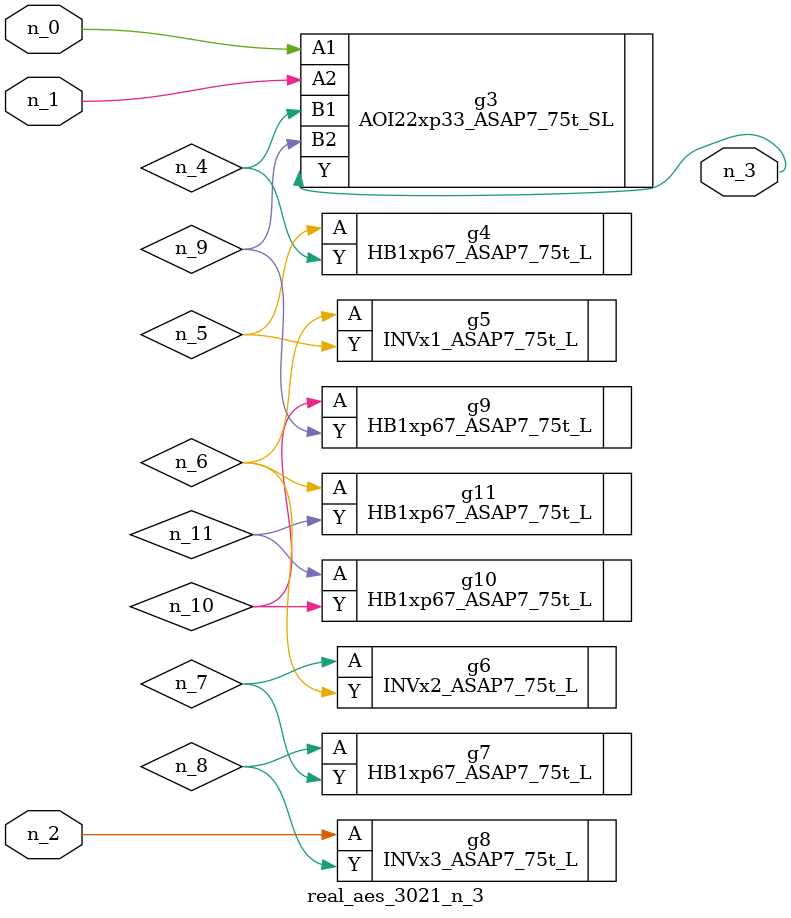
<source format=v>
module real_aes_3021_n_3 (n_0, n_2, n_1, n_3);
input n_0;
input n_2;
input n_1;
output n_3;
wire n_4;
wire n_5;
wire n_7;
wire n_9;
wire n_6;
wire n_8;
wire n_10;
wire n_11;
AOI22xp33_ASAP7_75t_SL g3 ( .A1(n_0), .A2(n_1), .B1(n_4), .B2(n_9), .Y(n_3) );
INVx3_ASAP7_75t_L g8 ( .A(n_2), .Y(n_8) );
HB1xp67_ASAP7_75t_L g4 ( .A(n_5), .Y(n_4) );
INVx1_ASAP7_75t_L g5 ( .A(n_6), .Y(n_5) );
HB1xp67_ASAP7_75t_L g11 ( .A(n_6), .Y(n_11) );
INVx2_ASAP7_75t_L g6 ( .A(n_7), .Y(n_6) );
HB1xp67_ASAP7_75t_L g7 ( .A(n_8), .Y(n_7) );
HB1xp67_ASAP7_75t_L g9 ( .A(n_10), .Y(n_9) );
HB1xp67_ASAP7_75t_L g10 ( .A(n_11), .Y(n_10) );
endmodule
</source>
